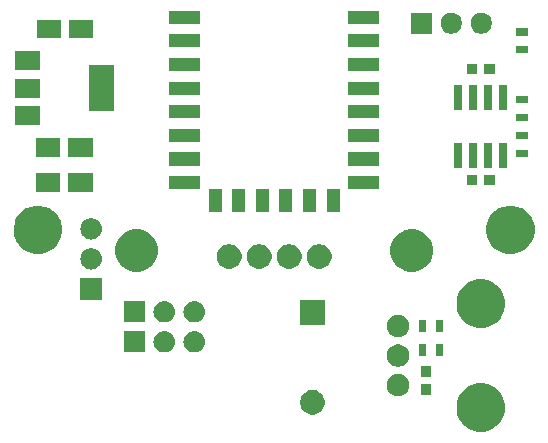
<source format=gbr>
G04 #@! TF.GenerationSoftware,KiCad,Pcbnew,6.0.0-rc1-unknown-59b0f55~66~ubuntu18.04.1*
G04 #@! TF.CreationDate,2018-12-02T19:59:02+01:00
G04 #@! TF.ProjectId,RoomUnit,526f6f6d-556e-4697-942e-6b696361645f,rev?*
G04 #@! TF.SameCoordinates,Original*
G04 #@! TF.FileFunction,Soldermask,Bot*
G04 #@! TF.FilePolarity,Negative*
%FSLAX46Y46*%
G04 Gerber Fmt 4.6, Leading zero omitted, Abs format (unit mm)*
G04 Created by KiCad (PCBNEW 6.0.0-rc1-unknown-59b0f55~66~ubuntu18.04.1) date So 02 Dez 2018 19:59:02 CET*
%MOMM*%
%LPD*%
G01*
G04 APERTURE LIST*
%ADD10C,0.100000*%
G04 APERTURE END LIST*
D10*
G36*
X168098252Y-113077818D02*
X168098254Y-113077819D01*
X168098255Y-113077819D01*
X168471513Y-113232427D01*
X168763304Y-113427396D01*
X168807439Y-113456886D01*
X169093114Y-113742561D01*
X169093116Y-113742564D01*
X169317573Y-114078487D01*
X169327381Y-114102166D01*
X169472182Y-114451748D01*
X169551000Y-114847993D01*
X169551000Y-115252007D01*
X169518308Y-115416363D01*
X169472181Y-115648255D01*
X169317573Y-116021513D01*
X169317572Y-116021514D01*
X169093114Y-116357439D01*
X168807439Y-116643114D01*
X168807436Y-116643116D01*
X168471513Y-116867573D01*
X168098255Y-117022181D01*
X168098254Y-117022181D01*
X168098252Y-117022182D01*
X167702007Y-117101000D01*
X167297993Y-117101000D01*
X166901748Y-117022182D01*
X166901746Y-117022181D01*
X166901745Y-117022181D01*
X166528487Y-116867573D01*
X166192564Y-116643116D01*
X166192561Y-116643114D01*
X165906886Y-116357439D01*
X165682428Y-116021514D01*
X165682427Y-116021513D01*
X165527819Y-115648255D01*
X165481693Y-115416363D01*
X165449000Y-115252007D01*
X165449000Y-114847993D01*
X165527818Y-114451748D01*
X165672619Y-114102166D01*
X165682427Y-114078487D01*
X165906884Y-113742564D01*
X165906886Y-113742561D01*
X166192561Y-113456886D01*
X166236696Y-113427396D01*
X166528487Y-113232427D01*
X166901745Y-113077819D01*
X166901746Y-113077819D01*
X166901748Y-113077818D01*
X167297993Y-112999000D01*
X167702007Y-112999000D01*
X168098252Y-113077818D01*
X168098252Y-113077818D01*
G37*
G36*
X153556565Y-113589389D02*
X153747834Y-113668615D01*
X153919976Y-113783637D01*
X154066363Y-113930024D01*
X154181385Y-114102166D01*
X154260611Y-114293435D01*
X154301000Y-114496484D01*
X154301000Y-114703516D01*
X154260611Y-114906565D01*
X154181385Y-115097834D01*
X154066363Y-115269976D01*
X153919976Y-115416363D01*
X153747834Y-115531385D01*
X153556565Y-115610611D01*
X153353516Y-115651000D01*
X153146484Y-115651000D01*
X152943435Y-115610611D01*
X152752166Y-115531385D01*
X152580024Y-115416363D01*
X152433637Y-115269976D01*
X152318615Y-115097834D01*
X152239389Y-114906565D01*
X152199000Y-114703516D01*
X152199000Y-114496484D01*
X152239389Y-114293435D01*
X152318615Y-114102166D01*
X152433637Y-113930024D01*
X152580024Y-113783637D01*
X152752166Y-113668615D01*
X152943435Y-113589389D01*
X153146484Y-113549000D01*
X153353516Y-113549000D01*
X153556565Y-113589389D01*
X153556565Y-113589389D01*
G37*
G36*
X160777396Y-112235546D02*
X160950466Y-112307234D01*
X161106230Y-112411312D01*
X161238688Y-112543770D01*
X161342766Y-112699534D01*
X161414454Y-112872604D01*
X161451000Y-113056333D01*
X161451000Y-113243667D01*
X161414454Y-113427396D01*
X161342766Y-113600466D01*
X161238688Y-113756230D01*
X161106230Y-113888688D01*
X160950466Y-113992766D01*
X160777396Y-114064454D01*
X160593667Y-114101000D01*
X160406333Y-114101000D01*
X160222604Y-114064454D01*
X160049534Y-113992766D01*
X159893770Y-113888688D01*
X159761312Y-113756230D01*
X159657234Y-113600466D01*
X159585546Y-113427396D01*
X159549000Y-113243667D01*
X159549000Y-113056333D01*
X159585546Y-112872604D01*
X159657234Y-112699534D01*
X159761312Y-112543770D01*
X159893770Y-112411312D01*
X160049534Y-112307234D01*
X160222604Y-112235546D01*
X160406333Y-112199000D01*
X160593667Y-112199000D01*
X160777396Y-112235546D01*
X160777396Y-112235546D01*
G37*
G36*
X163305842Y-113950748D02*
X162453842Y-113950748D01*
X162453842Y-113048748D01*
X163305842Y-113048748D01*
X163305842Y-113950748D01*
X163305842Y-113950748D01*
G37*
G36*
X163305842Y-112450748D02*
X162453842Y-112450748D01*
X162453842Y-111548748D01*
X163305842Y-111548748D01*
X163305842Y-112450748D01*
X163305842Y-112450748D01*
G37*
G36*
X160777396Y-109735546D02*
X160950466Y-109807234D01*
X161106230Y-109911312D01*
X161238688Y-110043770D01*
X161342766Y-110199534D01*
X161414454Y-110372604D01*
X161451000Y-110556333D01*
X161451000Y-110743667D01*
X161414454Y-110927396D01*
X161342766Y-111100466D01*
X161238688Y-111256230D01*
X161106230Y-111388688D01*
X160950466Y-111492766D01*
X160777396Y-111564454D01*
X160593667Y-111601000D01*
X160406333Y-111601000D01*
X160222604Y-111564454D01*
X160049534Y-111492766D01*
X159893770Y-111388688D01*
X159761312Y-111256230D01*
X159657234Y-111100466D01*
X159585546Y-110927396D01*
X159549000Y-110743667D01*
X159549000Y-110556333D01*
X159585546Y-110372604D01*
X159657234Y-110199534D01*
X159761312Y-110043770D01*
X159893770Y-109911312D01*
X160049534Y-109807234D01*
X160222604Y-109735546D01*
X160406333Y-109699000D01*
X160593667Y-109699000D01*
X160777396Y-109735546D01*
X160777396Y-109735546D01*
G37*
G36*
X164330842Y-110650748D02*
X163728842Y-110650748D01*
X163728842Y-109648748D01*
X164330842Y-109648748D01*
X164330842Y-110650748D01*
X164330842Y-110650748D01*
G37*
G36*
X162830842Y-110650748D02*
X162228842Y-110650748D01*
X162228842Y-109648748D01*
X162830842Y-109648748D01*
X162830842Y-110650748D01*
X162830842Y-110650748D01*
G37*
G36*
X143343283Y-108581066D02*
X143409467Y-108587584D01*
X143522693Y-108621931D01*
X143579307Y-108639104D01*
X143717927Y-108713199D01*
X143735831Y-108722769D01*
X143771569Y-108752099D01*
X143873026Y-108835361D01*
X143956288Y-108936818D01*
X143985618Y-108972556D01*
X143985619Y-108972558D01*
X144069283Y-109129080D01*
X144069283Y-109129081D01*
X144120803Y-109298920D01*
X144138199Y-109475547D01*
X144120803Y-109652174D01*
X144095512Y-109735546D01*
X144069283Y-109822014D01*
X143995188Y-109960634D01*
X143985618Y-109978538D01*
X143956288Y-110014276D01*
X143873026Y-110115733D01*
X143771569Y-110198995D01*
X143735831Y-110228325D01*
X143735829Y-110228326D01*
X143579307Y-110311990D01*
X143522693Y-110329163D01*
X143409467Y-110363510D01*
X143343283Y-110370028D01*
X143277100Y-110376547D01*
X143188580Y-110376547D01*
X143122397Y-110370028D01*
X143056213Y-110363510D01*
X142942987Y-110329163D01*
X142886373Y-110311990D01*
X142729851Y-110228326D01*
X142729849Y-110228325D01*
X142694111Y-110198995D01*
X142592654Y-110115733D01*
X142509392Y-110014276D01*
X142480062Y-109978538D01*
X142470492Y-109960634D01*
X142396397Y-109822014D01*
X142370168Y-109735546D01*
X142344877Y-109652174D01*
X142327481Y-109475547D01*
X142344877Y-109298920D01*
X142396397Y-109129081D01*
X142396397Y-109129080D01*
X142480061Y-108972558D01*
X142480062Y-108972556D01*
X142509392Y-108936818D01*
X142592654Y-108835361D01*
X142694111Y-108752099D01*
X142729849Y-108722769D01*
X142747753Y-108713199D01*
X142886373Y-108639104D01*
X142942987Y-108621931D01*
X143056213Y-108587584D01*
X143122397Y-108581066D01*
X143188580Y-108574547D01*
X143277100Y-108574547D01*
X143343283Y-108581066D01*
X143343283Y-108581066D01*
G37*
G36*
X140803283Y-108581066D02*
X140869467Y-108587584D01*
X140982693Y-108621931D01*
X141039307Y-108639104D01*
X141177927Y-108713199D01*
X141195831Y-108722769D01*
X141231569Y-108752099D01*
X141333026Y-108835361D01*
X141416288Y-108936818D01*
X141445618Y-108972556D01*
X141445619Y-108972558D01*
X141529283Y-109129080D01*
X141529283Y-109129081D01*
X141580803Y-109298920D01*
X141598199Y-109475547D01*
X141580803Y-109652174D01*
X141555512Y-109735546D01*
X141529283Y-109822014D01*
X141455188Y-109960634D01*
X141445618Y-109978538D01*
X141416288Y-110014276D01*
X141333026Y-110115733D01*
X141231569Y-110198995D01*
X141195831Y-110228325D01*
X141195829Y-110228326D01*
X141039307Y-110311990D01*
X140982693Y-110329163D01*
X140869467Y-110363510D01*
X140803283Y-110370028D01*
X140737100Y-110376547D01*
X140648580Y-110376547D01*
X140582397Y-110370028D01*
X140516213Y-110363510D01*
X140402987Y-110329163D01*
X140346373Y-110311990D01*
X140189851Y-110228326D01*
X140189849Y-110228325D01*
X140154111Y-110198995D01*
X140052654Y-110115733D01*
X139969392Y-110014276D01*
X139940062Y-109978538D01*
X139930492Y-109960634D01*
X139856397Y-109822014D01*
X139830168Y-109735546D01*
X139804877Y-109652174D01*
X139787481Y-109475547D01*
X139804877Y-109298920D01*
X139856397Y-109129081D01*
X139856397Y-109129080D01*
X139940061Y-108972558D01*
X139940062Y-108972556D01*
X139969392Y-108936818D01*
X140052654Y-108835361D01*
X140154111Y-108752099D01*
X140189849Y-108722769D01*
X140207753Y-108713199D01*
X140346373Y-108639104D01*
X140402987Y-108621931D01*
X140516213Y-108587584D01*
X140582397Y-108581066D01*
X140648580Y-108574547D01*
X140737100Y-108574547D01*
X140803283Y-108581066D01*
X140803283Y-108581066D01*
G37*
G36*
X139053840Y-110376547D02*
X137251840Y-110376547D01*
X137251840Y-108574547D01*
X139053840Y-108574547D01*
X139053840Y-110376547D01*
X139053840Y-110376547D01*
G37*
G36*
X160777396Y-107235546D02*
X160950466Y-107307234D01*
X161106230Y-107411312D01*
X161238688Y-107543770D01*
X161342766Y-107699534D01*
X161414454Y-107872604D01*
X161451000Y-108056333D01*
X161451000Y-108243667D01*
X161414454Y-108427396D01*
X161342766Y-108600466D01*
X161238688Y-108756230D01*
X161106230Y-108888688D01*
X160950466Y-108992766D01*
X160777396Y-109064454D01*
X160593667Y-109101000D01*
X160406333Y-109101000D01*
X160222604Y-109064454D01*
X160049534Y-108992766D01*
X159893770Y-108888688D01*
X159761312Y-108756230D01*
X159657234Y-108600466D01*
X159585546Y-108427396D01*
X159549000Y-108243667D01*
X159549000Y-108056333D01*
X159585546Y-107872604D01*
X159657234Y-107699534D01*
X159761312Y-107543770D01*
X159893770Y-107411312D01*
X160049534Y-107307234D01*
X160222604Y-107235546D01*
X160406333Y-107199000D01*
X160593667Y-107199000D01*
X160777396Y-107235546D01*
X160777396Y-107235546D01*
G37*
G36*
X162830842Y-108650748D02*
X162228842Y-108650748D01*
X162228842Y-107648748D01*
X162830842Y-107648748D01*
X162830842Y-108650748D01*
X162830842Y-108650748D01*
G37*
G36*
X164330842Y-108650748D02*
X163728842Y-108650748D01*
X163728842Y-107648748D01*
X164330842Y-107648748D01*
X164330842Y-108650748D01*
X164330842Y-108650748D01*
G37*
G36*
X168098252Y-104277818D02*
X168098254Y-104277819D01*
X168098255Y-104277819D01*
X168471513Y-104432427D01*
X168471514Y-104432428D01*
X168807439Y-104656886D01*
X169093114Y-104942561D01*
X169093116Y-104942564D01*
X169317573Y-105278487D01*
X169472181Y-105651745D01*
X169472182Y-105651748D01*
X169551000Y-106047993D01*
X169551000Y-106452007D01*
X169489951Y-106758922D01*
X169472181Y-106848255D01*
X169317573Y-107221513D01*
X169172561Y-107438538D01*
X169093114Y-107557439D01*
X168807439Y-107843114D01*
X168807436Y-107843116D01*
X168471513Y-108067573D01*
X168098255Y-108222181D01*
X168098254Y-108222181D01*
X168098252Y-108222182D01*
X167702007Y-108301000D01*
X167297993Y-108301000D01*
X166901748Y-108222182D01*
X166901746Y-108222181D01*
X166901745Y-108222181D01*
X166528487Y-108067573D01*
X166192564Y-107843116D01*
X166192561Y-107843114D01*
X165906886Y-107557439D01*
X165827439Y-107438538D01*
X165682427Y-107221513D01*
X165527819Y-106848255D01*
X165510050Y-106758922D01*
X165449000Y-106452007D01*
X165449000Y-106047993D01*
X165527818Y-105651748D01*
X165527819Y-105651745D01*
X165682427Y-105278487D01*
X165906884Y-104942564D01*
X165906886Y-104942561D01*
X166192561Y-104656886D01*
X166528486Y-104432428D01*
X166528487Y-104432427D01*
X166901745Y-104277819D01*
X166901746Y-104277819D01*
X166901748Y-104277818D01*
X167297993Y-104199000D01*
X167702007Y-104199000D01*
X168098252Y-104277818D01*
X168098252Y-104277818D01*
G37*
G36*
X154301000Y-108051000D02*
X152199000Y-108051000D01*
X152199000Y-105949000D01*
X154301000Y-105949000D01*
X154301000Y-108051000D01*
X154301000Y-108051000D01*
G37*
G36*
X143343282Y-106041065D02*
X143409467Y-106047584D01*
X143522693Y-106081931D01*
X143579307Y-106099104D01*
X143717927Y-106173199D01*
X143735831Y-106182769D01*
X143771569Y-106212099D01*
X143873026Y-106295361D01*
X143956288Y-106396818D01*
X143985618Y-106432556D01*
X143985619Y-106432558D01*
X144069283Y-106589080D01*
X144069283Y-106589081D01*
X144120803Y-106758920D01*
X144138199Y-106935547D01*
X144120803Y-107112174D01*
X144094465Y-107199000D01*
X144069283Y-107282014D01*
X144000172Y-107411310D01*
X143985618Y-107438538D01*
X143956288Y-107474276D01*
X143873026Y-107575733D01*
X143771569Y-107658995D01*
X143735831Y-107688325D01*
X143735829Y-107688326D01*
X143579307Y-107771990D01*
X143522693Y-107789163D01*
X143409467Y-107823510D01*
X143343283Y-107830028D01*
X143277100Y-107836547D01*
X143188580Y-107836547D01*
X143122397Y-107830028D01*
X143056213Y-107823510D01*
X142942987Y-107789163D01*
X142886373Y-107771990D01*
X142729851Y-107688326D01*
X142729849Y-107688325D01*
X142694111Y-107658995D01*
X142592654Y-107575733D01*
X142509392Y-107474276D01*
X142480062Y-107438538D01*
X142465508Y-107411310D01*
X142396397Y-107282014D01*
X142371215Y-107199000D01*
X142344877Y-107112174D01*
X142327481Y-106935547D01*
X142344877Y-106758920D01*
X142396397Y-106589081D01*
X142396397Y-106589080D01*
X142480061Y-106432558D01*
X142480062Y-106432556D01*
X142509392Y-106396818D01*
X142592654Y-106295361D01*
X142694111Y-106212099D01*
X142729849Y-106182769D01*
X142747753Y-106173199D01*
X142886373Y-106099104D01*
X142942987Y-106081931D01*
X143056213Y-106047584D01*
X143122398Y-106041065D01*
X143188580Y-106034547D01*
X143277100Y-106034547D01*
X143343282Y-106041065D01*
X143343282Y-106041065D01*
G37*
G36*
X140803282Y-106041065D02*
X140869467Y-106047584D01*
X140982693Y-106081931D01*
X141039307Y-106099104D01*
X141177927Y-106173199D01*
X141195831Y-106182769D01*
X141231569Y-106212099D01*
X141333026Y-106295361D01*
X141416288Y-106396818D01*
X141445618Y-106432556D01*
X141445619Y-106432558D01*
X141529283Y-106589080D01*
X141529283Y-106589081D01*
X141580803Y-106758920D01*
X141598199Y-106935547D01*
X141580803Y-107112174D01*
X141554465Y-107199000D01*
X141529283Y-107282014D01*
X141460172Y-107411310D01*
X141445618Y-107438538D01*
X141416288Y-107474276D01*
X141333026Y-107575733D01*
X141231569Y-107658995D01*
X141195831Y-107688325D01*
X141195829Y-107688326D01*
X141039307Y-107771990D01*
X140982693Y-107789163D01*
X140869467Y-107823510D01*
X140803283Y-107830028D01*
X140737100Y-107836547D01*
X140648580Y-107836547D01*
X140582397Y-107830028D01*
X140516213Y-107823510D01*
X140402987Y-107789163D01*
X140346373Y-107771990D01*
X140189851Y-107688326D01*
X140189849Y-107688325D01*
X140154111Y-107658995D01*
X140052654Y-107575733D01*
X139969392Y-107474276D01*
X139940062Y-107438538D01*
X139925508Y-107411310D01*
X139856397Y-107282014D01*
X139831215Y-107199000D01*
X139804877Y-107112174D01*
X139787481Y-106935547D01*
X139804877Y-106758920D01*
X139856397Y-106589081D01*
X139856397Y-106589080D01*
X139940061Y-106432558D01*
X139940062Y-106432556D01*
X139969392Y-106396818D01*
X140052654Y-106295361D01*
X140154111Y-106212099D01*
X140189849Y-106182769D01*
X140207753Y-106173199D01*
X140346373Y-106099104D01*
X140402987Y-106081931D01*
X140516213Y-106047584D01*
X140582398Y-106041065D01*
X140648580Y-106034547D01*
X140737100Y-106034547D01*
X140803282Y-106041065D01*
X140803282Y-106041065D01*
G37*
G36*
X139053840Y-107836547D02*
X137251840Y-107836547D01*
X137251840Y-106034547D01*
X139053840Y-106034547D01*
X139053840Y-107836547D01*
X139053840Y-107836547D01*
G37*
G36*
X135401000Y-105901000D02*
X133599000Y-105901000D01*
X133599000Y-104099000D01*
X135401000Y-104099000D01*
X135401000Y-105901000D01*
X135401000Y-105901000D01*
G37*
G36*
X162175331Y-100018211D02*
X162503092Y-100153974D01*
X162798073Y-100351074D01*
X163048926Y-100601927D01*
X163246026Y-100896908D01*
X163381789Y-101224669D01*
X163451000Y-101572616D01*
X163451000Y-101927384D01*
X163381789Y-102275331D01*
X163246026Y-102603092D01*
X163048926Y-102898073D01*
X162798073Y-103148926D01*
X162503092Y-103346026D01*
X162175331Y-103481789D01*
X161827384Y-103551000D01*
X161472616Y-103551000D01*
X161124669Y-103481789D01*
X160796908Y-103346026D01*
X160501927Y-103148926D01*
X160251074Y-102898073D01*
X160053974Y-102603092D01*
X159918211Y-102275331D01*
X159849000Y-101927384D01*
X159849000Y-101572616D01*
X159918211Y-101224669D01*
X160053974Y-100896908D01*
X160251074Y-100601927D01*
X160501927Y-100351074D01*
X160796908Y-100153974D01*
X161124669Y-100018211D01*
X161472616Y-99949000D01*
X161827384Y-99949000D01*
X162175331Y-100018211D01*
X162175331Y-100018211D01*
G37*
G36*
X138875331Y-100018211D02*
X139203092Y-100153974D01*
X139498073Y-100351074D01*
X139748926Y-100601927D01*
X139946026Y-100896908D01*
X140081789Y-101224669D01*
X140151000Y-101572616D01*
X140151000Y-101927384D01*
X140081789Y-102275331D01*
X139946026Y-102603092D01*
X139748926Y-102898073D01*
X139498073Y-103148926D01*
X139203092Y-103346026D01*
X138875331Y-103481789D01*
X138527384Y-103551000D01*
X138172616Y-103551000D01*
X137824669Y-103481789D01*
X137496908Y-103346026D01*
X137201927Y-103148926D01*
X136951074Y-102898073D01*
X136753974Y-102603092D01*
X136618211Y-102275331D01*
X136549000Y-101927384D01*
X136549000Y-101572616D01*
X136618211Y-101224669D01*
X136753974Y-100896908D01*
X136951074Y-100601927D01*
X137201927Y-100351074D01*
X137496908Y-100153974D01*
X137824669Y-100018211D01*
X138172616Y-99949000D01*
X138527384Y-99949000D01*
X138875331Y-100018211D01*
X138875331Y-100018211D01*
G37*
G36*
X134610443Y-101565519D02*
X134676627Y-101572037D01*
X134746115Y-101593116D01*
X134846467Y-101623557D01*
X134985087Y-101697652D01*
X135002991Y-101707222D01*
X135038729Y-101736552D01*
X135140186Y-101819814D01*
X135223448Y-101921271D01*
X135252778Y-101957009D01*
X135252779Y-101957011D01*
X135336443Y-102113533D01*
X135336443Y-102113534D01*
X135387963Y-102283373D01*
X135405359Y-102460000D01*
X135387963Y-102636627D01*
X135354229Y-102747834D01*
X135336443Y-102806467D01*
X135287479Y-102898070D01*
X135252778Y-102962991D01*
X135223448Y-102998729D01*
X135140186Y-103100186D01*
X135041244Y-103181384D01*
X135002991Y-103212778D01*
X135002989Y-103212779D01*
X134846467Y-103296443D01*
X134831444Y-103301000D01*
X134676627Y-103347963D01*
X134610443Y-103354481D01*
X134544260Y-103361000D01*
X134455740Y-103361000D01*
X134389557Y-103354481D01*
X134323373Y-103347963D01*
X134168556Y-103301000D01*
X134153533Y-103296443D01*
X133997011Y-103212779D01*
X133997009Y-103212778D01*
X133958756Y-103181384D01*
X133859814Y-103100186D01*
X133776552Y-102998729D01*
X133747222Y-102962991D01*
X133712521Y-102898070D01*
X133663557Y-102806467D01*
X133645771Y-102747834D01*
X133612037Y-102636627D01*
X133594641Y-102460000D01*
X133612037Y-102283373D01*
X133663557Y-102113534D01*
X133663557Y-102113533D01*
X133747221Y-101957011D01*
X133747222Y-101957009D01*
X133776552Y-101921271D01*
X133859814Y-101819814D01*
X133961271Y-101736552D01*
X133997009Y-101707222D01*
X134014913Y-101697652D01*
X134153533Y-101623557D01*
X134253885Y-101593116D01*
X134323373Y-101572037D01*
X134389558Y-101565518D01*
X134455740Y-101559000D01*
X134544260Y-101559000D01*
X134610443Y-101565519D01*
X134610443Y-101565519D01*
G37*
G36*
X154116565Y-101239389D02*
X154307834Y-101318615D01*
X154479976Y-101433637D01*
X154626363Y-101580024D01*
X154741385Y-101752166D01*
X154820611Y-101943435D01*
X154861000Y-102146484D01*
X154861000Y-102353516D01*
X154820611Y-102556565D01*
X154741385Y-102747834D01*
X154626363Y-102919976D01*
X154479976Y-103066363D01*
X154307834Y-103181385D01*
X154116565Y-103260611D01*
X153913516Y-103301000D01*
X153706484Y-103301000D01*
X153503435Y-103260611D01*
X153312166Y-103181385D01*
X153140024Y-103066363D01*
X152993637Y-102919976D01*
X152878615Y-102747834D01*
X152799389Y-102556565D01*
X152759000Y-102353516D01*
X152759000Y-102146484D01*
X152799389Y-101943435D01*
X152878615Y-101752166D01*
X152993637Y-101580024D01*
X153140024Y-101433637D01*
X153312166Y-101318615D01*
X153503435Y-101239389D01*
X153706484Y-101199000D01*
X153913516Y-101199000D01*
X154116565Y-101239389D01*
X154116565Y-101239389D01*
G37*
G36*
X146496565Y-101239389D02*
X146687834Y-101318615D01*
X146859976Y-101433637D01*
X147006363Y-101580024D01*
X147121385Y-101752166D01*
X147200611Y-101943435D01*
X147241000Y-102146484D01*
X147241000Y-102353516D01*
X147200611Y-102556565D01*
X147121385Y-102747834D01*
X147006363Y-102919976D01*
X146859976Y-103066363D01*
X146687834Y-103181385D01*
X146496565Y-103260611D01*
X146293516Y-103301000D01*
X146086484Y-103301000D01*
X145883435Y-103260611D01*
X145692166Y-103181385D01*
X145520024Y-103066363D01*
X145373637Y-102919976D01*
X145258615Y-102747834D01*
X145179389Y-102556565D01*
X145139000Y-102353516D01*
X145139000Y-102146484D01*
X145179389Y-101943435D01*
X145258615Y-101752166D01*
X145373637Y-101580024D01*
X145520024Y-101433637D01*
X145692166Y-101318615D01*
X145883435Y-101239389D01*
X146086484Y-101199000D01*
X146293516Y-101199000D01*
X146496565Y-101239389D01*
X146496565Y-101239389D01*
G37*
G36*
X149036565Y-101239389D02*
X149227834Y-101318615D01*
X149399976Y-101433637D01*
X149546363Y-101580024D01*
X149661385Y-101752166D01*
X149740611Y-101943435D01*
X149781000Y-102146484D01*
X149781000Y-102353516D01*
X149740611Y-102556565D01*
X149661385Y-102747834D01*
X149546363Y-102919976D01*
X149399976Y-103066363D01*
X149227834Y-103181385D01*
X149036565Y-103260611D01*
X148833516Y-103301000D01*
X148626484Y-103301000D01*
X148423435Y-103260611D01*
X148232166Y-103181385D01*
X148060024Y-103066363D01*
X147913637Y-102919976D01*
X147798615Y-102747834D01*
X147719389Y-102556565D01*
X147679000Y-102353516D01*
X147679000Y-102146484D01*
X147719389Y-101943435D01*
X147798615Y-101752166D01*
X147913637Y-101580024D01*
X148060024Y-101433637D01*
X148232166Y-101318615D01*
X148423435Y-101239389D01*
X148626484Y-101199000D01*
X148833516Y-101199000D01*
X149036565Y-101239389D01*
X149036565Y-101239389D01*
G37*
G36*
X151576565Y-101239389D02*
X151767834Y-101318615D01*
X151939976Y-101433637D01*
X152086363Y-101580024D01*
X152201385Y-101752166D01*
X152280611Y-101943435D01*
X152321000Y-102146484D01*
X152321000Y-102353516D01*
X152280611Y-102556565D01*
X152201385Y-102747834D01*
X152086363Y-102919976D01*
X151939976Y-103066363D01*
X151767834Y-103181385D01*
X151576565Y-103260611D01*
X151373516Y-103301000D01*
X151166484Y-103301000D01*
X150963435Y-103260611D01*
X150772166Y-103181385D01*
X150600024Y-103066363D01*
X150453637Y-102919976D01*
X150338615Y-102747834D01*
X150259389Y-102556565D01*
X150219000Y-102353516D01*
X150219000Y-102146484D01*
X150259389Y-101943435D01*
X150338615Y-101752166D01*
X150453637Y-101580024D01*
X150600024Y-101433637D01*
X150772166Y-101318615D01*
X150963435Y-101239389D01*
X151166484Y-101199000D01*
X151373516Y-101199000D01*
X151576565Y-101239389D01*
X151576565Y-101239389D01*
G37*
G36*
X130598252Y-98027818D02*
X130598254Y-98027819D01*
X130598255Y-98027819D01*
X130971513Y-98182427D01*
X130971514Y-98182428D01*
X131307439Y-98406886D01*
X131593114Y-98692561D01*
X131593116Y-98692564D01*
X131817573Y-99028487D01*
X131921676Y-99279815D01*
X131972182Y-99401748D01*
X132051000Y-99797993D01*
X132051000Y-100202007D01*
X131979754Y-100560186D01*
X131972181Y-100598255D01*
X131817573Y-100971513D01*
X131817572Y-100971514D01*
X131593114Y-101307439D01*
X131307439Y-101593114D01*
X131307436Y-101593116D01*
X130971513Y-101817573D01*
X130598255Y-101972181D01*
X130598254Y-101972181D01*
X130598252Y-101972182D01*
X130202007Y-102051000D01*
X129797993Y-102051000D01*
X129401748Y-101972182D01*
X129401746Y-101972181D01*
X129401745Y-101972181D01*
X129028487Y-101817573D01*
X128692564Y-101593116D01*
X128692561Y-101593114D01*
X128406886Y-101307439D01*
X128182428Y-100971514D01*
X128182427Y-100971513D01*
X128027819Y-100598255D01*
X128020247Y-100560186D01*
X127949000Y-100202007D01*
X127949000Y-99797993D01*
X128027818Y-99401748D01*
X128078324Y-99279815D01*
X128182427Y-99028487D01*
X128406884Y-98692564D01*
X128406886Y-98692561D01*
X128692561Y-98406886D01*
X129028486Y-98182428D01*
X129028487Y-98182427D01*
X129401745Y-98027819D01*
X129401746Y-98027819D01*
X129401748Y-98027818D01*
X129797993Y-97949000D01*
X130202007Y-97949000D01*
X130598252Y-98027818D01*
X130598252Y-98027818D01*
G37*
G36*
X170598252Y-98027818D02*
X170598254Y-98027819D01*
X170598255Y-98027819D01*
X170971513Y-98182427D01*
X170971514Y-98182428D01*
X171307439Y-98406886D01*
X171593114Y-98692561D01*
X171593116Y-98692564D01*
X171817573Y-99028487D01*
X171921676Y-99279815D01*
X171972182Y-99401748D01*
X172051000Y-99797993D01*
X172051000Y-100202007D01*
X171979754Y-100560186D01*
X171972181Y-100598255D01*
X171817573Y-100971513D01*
X171817572Y-100971514D01*
X171593114Y-101307439D01*
X171307439Y-101593114D01*
X171307436Y-101593116D01*
X170971513Y-101817573D01*
X170598255Y-101972181D01*
X170598254Y-101972181D01*
X170598252Y-101972182D01*
X170202007Y-102051000D01*
X169797993Y-102051000D01*
X169401748Y-101972182D01*
X169401746Y-101972181D01*
X169401745Y-101972181D01*
X169028487Y-101817573D01*
X168692564Y-101593116D01*
X168692561Y-101593114D01*
X168406886Y-101307439D01*
X168182428Y-100971514D01*
X168182427Y-100971513D01*
X168027819Y-100598255D01*
X168020247Y-100560186D01*
X167949000Y-100202007D01*
X167949000Y-99797993D01*
X168027818Y-99401748D01*
X168078324Y-99279815D01*
X168182427Y-99028487D01*
X168406884Y-98692564D01*
X168406886Y-98692561D01*
X168692561Y-98406886D01*
X169028486Y-98182428D01*
X169028487Y-98182427D01*
X169401745Y-98027819D01*
X169401746Y-98027819D01*
X169401748Y-98027818D01*
X169797993Y-97949000D01*
X170202007Y-97949000D01*
X170598252Y-98027818D01*
X170598252Y-98027818D01*
G37*
G36*
X134610442Y-99025518D02*
X134676627Y-99032037D01*
X134789853Y-99066384D01*
X134846467Y-99083557D01*
X134985087Y-99157652D01*
X135002991Y-99167222D01*
X135038729Y-99196552D01*
X135140186Y-99279814D01*
X135223448Y-99381271D01*
X135252778Y-99417009D01*
X135252779Y-99417011D01*
X135336443Y-99573533D01*
X135336443Y-99573534D01*
X135387963Y-99743373D01*
X135405359Y-99920000D01*
X135387963Y-100096627D01*
X135355997Y-100202006D01*
X135336443Y-100266467D01*
X135291220Y-100351072D01*
X135252778Y-100422991D01*
X135223448Y-100458729D01*
X135140186Y-100560186D01*
X135038729Y-100643448D01*
X135002991Y-100672778D01*
X135002989Y-100672779D01*
X134846467Y-100756443D01*
X134789853Y-100773616D01*
X134676627Y-100807963D01*
X134610442Y-100814482D01*
X134544260Y-100821000D01*
X134455740Y-100821000D01*
X134389557Y-100814481D01*
X134323373Y-100807963D01*
X134210147Y-100773616D01*
X134153533Y-100756443D01*
X133997011Y-100672779D01*
X133997009Y-100672778D01*
X133961271Y-100643448D01*
X133859814Y-100560186D01*
X133776552Y-100458729D01*
X133747222Y-100422991D01*
X133708780Y-100351072D01*
X133663557Y-100266467D01*
X133644003Y-100202006D01*
X133612037Y-100096627D01*
X133594641Y-99920000D01*
X133612037Y-99743373D01*
X133663557Y-99573534D01*
X133663557Y-99573533D01*
X133747221Y-99417011D01*
X133747222Y-99417009D01*
X133776552Y-99381271D01*
X133859814Y-99279814D01*
X133961271Y-99196552D01*
X133997009Y-99167222D01*
X134014913Y-99157652D01*
X134153533Y-99083557D01*
X134210147Y-99066384D01*
X134323373Y-99032037D01*
X134389558Y-99025518D01*
X134455740Y-99019000D01*
X134544260Y-99019000D01*
X134610442Y-99025518D01*
X134610442Y-99025518D01*
G37*
G36*
X155551000Y-98451000D02*
X154449000Y-98451000D01*
X154449000Y-96549000D01*
X155551000Y-96549000D01*
X155551000Y-98451000D01*
X155551000Y-98451000D01*
G37*
G36*
X145551000Y-98451000D02*
X144449000Y-98451000D01*
X144449000Y-96549000D01*
X145551000Y-96549000D01*
X145551000Y-98451000D01*
X145551000Y-98451000D01*
G37*
G36*
X147551000Y-98451000D02*
X146449000Y-98451000D01*
X146449000Y-96549000D01*
X147551000Y-96549000D01*
X147551000Y-98451000D01*
X147551000Y-98451000D01*
G37*
G36*
X149551000Y-98451000D02*
X148449000Y-98451000D01*
X148449000Y-96549000D01*
X149551000Y-96549000D01*
X149551000Y-98451000D01*
X149551000Y-98451000D01*
G37*
G36*
X151551000Y-98451000D02*
X150449000Y-98451000D01*
X150449000Y-96549000D01*
X151551000Y-96549000D01*
X151551000Y-98451000D01*
X151551000Y-98451000D01*
G37*
G36*
X153551000Y-98451000D02*
X152449000Y-98451000D01*
X152449000Y-96549000D01*
X153551000Y-96549000D01*
X153551000Y-98451000D01*
X153551000Y-98451000D01*
G37*
G36*
X131890484Y-96793592D02*
X129838484Y-96793592D01*
X129838484Y-95191592D01*
X131890484Y-95191592D01*
X131890484Y-96793592D01*
X131890484Y-96793592D01*
G37*
G36*
X134640484Y-96793592D02*
X132588484Y-96793592D01*
X132588484Y-95191592D01*
X134640484Y-95191592D01*
X134640484Y-96793592D01*
X134640484Y-96793592D01*
G37*
G36*
X143701000Y-96551000D02*
X141099000Y-96551000D01*
X141099000Y-95449000D01*
X143701000Y-95449000D01*
X143701000Y-96551000D01*
X143701000Y-96551000D01*
G37*
G36*
X158901000Y-96551000D02*
X156299000Y-96551000D01*
X156299000Y-95449000D01*
X158901000Y-95449000D01*
X158901000Y-96551000D01*
X158901000Y-96551000D01*
G37*
G36*
X168701000Y-96176000D02*
X167799000Y-96176000D01*
X167799000Y-95324000D01*
X168701000Y-95324000D01*
X168701000Y-96176000D01*
X168701000Y-96176000D01*
G37*
G36*
X167201000Y-96176000D02*
X166299000Y-96176000D01*
X166299000Y-95324000D01*
X167201000Y-95324000D01*
X167201000Y-96176000D01*
X167201000Y-96176000D01*
G37*
G36*
X165946000Y-94751000D02*
X165244000Y-94751000D01*
X165244000Y-92649000D01*
X165946000Y-92649000D01*
X165946000Y-94751000D01*
X165946000Y-94751000D01*
G37*
G36*
X167216000Y-94751000D02*
X166514000Y-94751000D01*
X166514000Y-92649000D01*
X167216000Y-92649000D01*
X167216000Y-94751000D01*
X167216000Y-94751000D01*
G37*
G36*
X168486000Y-94751000D02*
X167784000Y-94751000D01*
X167784000Y-92649000D01*
X168486000Y-92649000D01*
X168486000Y-94751000D01*
X168486000Y-94751000D01*
G37*
G36*
X169756000Y-94751000D02*
X169054000Y-94751000D01*
X169054000Y-92649000D01*
X169756000Y-92649000D01*
X169756000Y-94751000D01*
X169756000Y-94751000D01*
G37*
G36*
X158901000Y-94551000D02*
X156299000Y-94551000D01*
X156299000Y-93449000D01*
X158901000Y-93449000D01*
X158901000Y-94551000D01*
X158901000Y-94551000D01*
G37*
G36*
X143701000Y-94551000D02*
X141099000Y-94551000D01*
X141099000Y-93449000D01*
X143701000Y-93449000D01*
X143701000Y-94551000D01*
X143701000Y-94551000D01*
G37*
G36*
X171501000Y-93801000D02*
X170499000Y-93801000D01*
X170499000Y-93199000D01*
X171501000Y-93199000D01*
X171501000Y-93801000D01*
X171501000Y-93801000D01*
G37*
G36*
X134640484Y-93793592D02*
X132588484Y-93793592D01*
X132588484Y-92191592D01*
X134640484Y-92191592D01*
X134640484Y-93793592D01*
X134640484Y-93793592D01*
G37*
G36*
X131890484Y-93793592D02*
X129838484Y-93793592D01*
X129838484Y-92191592D01*
X131890484Y-92191592D01*
X131890484Y-93793592D01*
X131890484Y-93793592D01*
G37*
G36*
X143701000Y-92551000D02*
X141099000Y-92551000D01*
X141099000Y-91449000D01*
X143701000Y-91449000D01*
X143701000Y-92551000D01*
X143701000Y-92551000D01*
G37*
G36*
X158901000Y-92551000D02*
X156299000Y-92551000D01*
X156299000Y-91449000D01*
X158901000Y-91449000D01*
X158901000Y-92551000D01*
X158901000Y-92551000D01*
G37*
G36*
X171501000Y-92301000D02*
X170499000Y-92301000D01*
X170499000Y-91699000D01*
X171501000Y-91699000D01*
X171501000Y-92301000D01*
X171501000Y-92301000D01*
G37*
G36*
X130140484Y-91093592D02*
X128038484Y-91093592D01*
X128038484Y-89491592D01*
X130140484Y-89491592D01*
X130140484Y-91093592D01*
X130140484Y-91093592D01*
G37*
G36*
X171501000Y-90801000D02*
X170499000Y-90801000D01*
X170499000Y-90199000D01*
X171501000Y-90199000D01*
X171501000Y-90801000D01*
X171501000Y-90801000D01*
G37*
G36*
X158901000Y-90551000D02*
X156299000Y-90551000D01*
X156299000Y-89449000D01*
X158901000Y-89449000D01*
X158901000Y-90551000D01*
X158901000Y-90551000D01*
G37*
G36*
X143701000Y-90551000D02*
X141099000Y-90551000D01*
X141099000Y-89449000D01*
X143701000Y-89449000D01*
X143701000Y-90551000D01*
X143701000Y-90551000D01*
G37*
G36*
X136440484Y-89943592D02*
X134338484Y-89943592D01*
X134338484Y-86041592D01*
X136440484Y-86041592D01*
X136440484Y-89943592D01*
X136440484Y-89943592D01*
G37*
G36*
X167216000Y-89851000D02*
X166514000Y-89851000D01*
X166514000Y-87749000D01*
X167216000Y-87749000D01*
X167216000Y-89851000D01*
X167216000Y-89851000D01*
G37*
G36*
X168486000Y-89851000D02*
X167784000Y-89851000D01*
X167784000Y-87749000D01*
X168486000Y-87749000D01*
X168486000Y-89851000D01*
X168486000Y-89851000D01*
G37*
G36*
X165946000Y-89851000D02*
X165244000Y-89851000D01*
X165244000Y-87749000D01*
X165946000Y-87749000D01*
X165946000Y-89851000D01*
X165946000Y-89851000D01*
G37*
G36*
X169756000Y-89851000D02*
X169054000Y-89851000D01*
X169054000Y-87749000D01*
X169756000Y-87749000D01*
X169756000Y-89851000D01*
X169756000Y-89851000D01*
G37*
G36*
X171501000Y-89301000D02*
X170499000Y-89301000D01*
X170499000Y-88699000D01*
X171501000Y-88699000D01*
X171501000Y-89301000D01*
X171501000Y-89301000D01*
G37*
G36*
X130140484Y-88793592D02*
X128038484Y-88793592D01*
X128038484Y-87191592D01*
X130140484Y-87191592D01*
X130140484Y-88793592D01*
X130140484Y-88793592D01*
G37*
G36*
X158901000Y-88551000D02*
X156299000Y-88551000D01*
X156299000Y-87449000D01*
X158901000Y-87449000D01*
X158901000Y-88551000D01*
X158901000Y-88551000D01*
G37*
G36*
X143701000Y-88551000D02*
X141099000Y-88551000D01*
X141099000Y-87449000D01*
X143701000Y-87449000D01*
X143701000Y-88551000D01*
X143701000Y-88551000D01*
G37*
G36*
X167201000Y-86826000D02*
X166299000Y-86826000D01*
X166299000Y-85974000D01*
X167201000Y-85974000D01*
X167201000Y-86826000D01*
X167201000Y-86826000D01*
G37*
G36*
X168701000Y-86826000D02*
X167799000Y-86826000D01*
X167799000Y-85974000D01*
X168701000Y-85974000D01*
X168701000Y-86826000D01*
X168701000Y-86826000D01*
G37*
G36*
X158901000Y-86551000D02*
X156299000Y-86551000D01*
X156299000Y-85449000D01*
X158901000Y-85449000D01*
X158901000Y-86551000D01*
X158901000Y-86551000D01*
G37*
G36*
X143701000Y-86551000D02*
X141099000Y-86551000D01*
X141099000Y-85449000D01*
X143701000Y-85449000D01*
X143701000Y-86551000D01*
X143701000Y-86551000D01*
G37*
G36*
X130140484Y-86493592D02*
X128038484Y-86493592D01*
X128038484Y-84891592D01*
X130140484Y-84891592D01*
X130140484Y-86493592D01*
X130140484Y-86493592D01*
G37*
G36*
X171501000Y-85051000D02*
X170499000Y-85051000D01*
X170499000Y-84449000D01*
X171501000Y-84449000D01*
X171501000Y-85051000D01*
X171501000Y-85051000D01*
G37*
G36*
X143701000Y-84551000D02*
X141099000Y-84551000D01*
X141099000Y-83449000D01*
X143701000Y-83449000D01*
X143701000Y-84551000D01*
X143701000Y-84551000D01*
G37*
G36*
X158901000Y-84551000D02*
X156299000Y-84551000D01*
X156299000Y-83449000D01*
X158901000Y-83449000D01*
X158901000Y-84551000D01*
X158901000Y-84551000D01*
G37*
G36*
X134707793Y-83793592D02*
X132655793Y-83793592D01*
X132655793Y-82191592D01*
X134707793Y-82191592D01*
X134707793Y-83793592D01*
X134707793Y-83793592D01*
G37*
G36*
X131957793Y-83793592D02*
X129905793Y-83793592D01*
X129905793Y-82191592D01*
X131957793Y-82191592D01*
X131957793Y-83793592D01*
X131957793Y-83793592D01*
G37*
G36*
X171501000Y-83551000D02*
X170499000Y-83551000D01*
X170499000Y-82949000D01*
X171501000Y-82949000D01*
X171501000Y-83551000D01*
X171501000Y-83551000D01*
G37*
G36*
X163361000Y-83401000D02*
X161559000Y-83401000D01*
X161559000Y-81599000D01*
X163361000Y-81599000D01*
X163361000Y-83401000D01*
X163361000Y-83401000D01*
G37*
G36*
X167802812Y-81633624D02*
X167966784Y-81701544D01*
X168114354Y-81800147D01*
X168239853Y-81925646D01*
X168338456Y-82073216D01*
X168406376Y-82237188D01*
X168441000Y-82411259D01*
X168441000Y-82588741D01*
X168406376Y-82762812D01*
X168338456Y-82926784D01*
X168239853Y-83074354D01*
X168114354Y-83199853D01*
X167966784Y-83298456D01*
X167802812Y-83366376D01*
X167628741Y-83401000D01*
X167451259Y-83401000D01*
X167277188Y-83366376D01*
X167113216Y-83298456D01*
X166965646Y-83199853D01*
X166840147Y-83074354D01*
X166741544Y-82926784D01*
X166673624Y-82762812D01*
X166639000Y-82588741D01*
X166639000Y-82411259D01*
X166673624Y-82237188D01*
X166741544Y-82073216D01*
X166840147Y-81925646D01*
X166965646Y-81800147D01*
X167113216Y-81701544D01*
X167277188Y-81633624D01*
X167451259Y-81599000D01*
X167628741Y-81599000D01*
X167802812Y-81633624D01*
X167802812Y-81633624D01*
G37*
G36*
X165262812Y-81633624D02*
X165426784Y-81701544D01*
X165574354Y-81800147D01*
X165699853Y-81925646D01*
X165798456Y-82073216D01*
X165866376Y-82237188D01*
X165901000Y-82411259D01*
X165901000Y-82588741D01*
X165866376Y-82762812D01*
X165798456Y-82926784D01*
X165699853Y-83074354D01*
X165574354Y-83199853D01*
X165426784Y-83298456D01*
X165262812Y-83366376D01*
X165088741Y-83401000D01*
X164911259Y-83401000D01*
X164737188Y-83366376D01*
X164573216Y-83298456D01*
X164425646Y-83199853D01*
X164300147Y-83074354D01*
X164201544Y-82926784D01*
X164133624Y-82762812D01*
X164099000Y-82588741D01*
X164099000Y-82411259D01*
X164133624Y-82237188D01*
X164201544Y-82073216D01*
X164300147Y-81925646D01*
X164425646Y-81800147D01*
X164573216Y-81701544D01*
X164737188Y-81633624D01*
X164911259Y-81599000D01*
X165088741Y-81599000D01*
X165262812Y-81633624D01*
X165262812Y-81633624D01*
G37*
G36*
X158901000Y-82551000D02*
X156299000Y-82551000D01*
X156299000Y-81449000D01*
X158901000Y-81449000D01*
X158901000Y-82551000D01*
X158901000Y-82551000D01*
G37*
G36*
X143701000Y-82551000D02*
X141099000Y-82551000D01*
X141099000Y-81449000D01*
X143701000Y-81449000D01*
X143701000Y-82551000D01*
X143701000Y-82551000D01*
G37*
M02*

</source>
